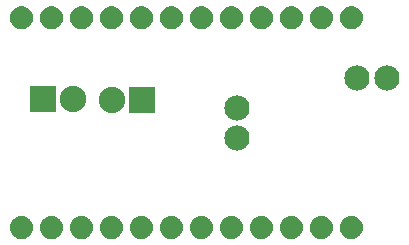
<source format=gbs>
G04 MADE WITH FRITZING*
G04 WWW.FRITZING.ORG*
G04 DOUBLE SIDED*
G04 HOLES PLATED*
G04 CONTOUR ON CENTER OF CONTOUR VECTOR*
%ASAXBY*%
%FSLAX23Y23*%
%MOIN*%
%OFA0B0*%
%SFA1.0B1.0*%
%ADD10C,0.084000*%
%ADD11C,0.088000*%
%ADD12R,0.088000X0.088000*%
%ADD13R,0.001000X0.001000*%
%LNMASK0*%
G90*
G70*
G54D10*
X910Y362D03*
X910Y462D03*
X1310Y562D03*
X1410Y562D03*
X910Y362D03*
X910Y462D03*
X1310Y562D03*
X1410Y562D03*
G54D11*
X261Y492D03*
X361Y492D03*
X591Y490D03*
X491Y490D03*
G54D12*
X261Y492D03*
X591Y490D03*
G54D13*
X187Y801D02*
X194Y801D01*
X287Y801D02*
X294Y801D01*
X387Y801D02*
X394Y801D01*
X487Y801D02*
X494Y801D01*
X587Y801D02*
X594Y801D01*
X687Y801D02*
X694Y801D01*
X787Y801D02*
X794Y801D01*
X887Y801D02*
X894Y801D01*
X987Y801D02*
X994Y801D01*
X1087Y801D02*
X1094Y801D01*
X1187Y801D02*
X1194Y801D01*
X1287Y801D02*
X1294Y801D01*
X182Y800D02*
X199Y800D01*
X282Y800D02*
X299Y800D01*
X382Y800D02*
X399Y800D01*
X482Y800D02*
X499Y800D01*
X582Y800D02*
X599Y800D01*
X682Y800D02*
X699Y800D01*
X782Y800D02*
X799Y800D01*
X882Y800D02*
X899Y800D01*
X982Y800D02*
X999Y800D01*
X1082Y800D02*
X1099Y800D01*
X1182Y800D02*
X1199Y800D01*
X1282Y800D02*
X1299Y800D01*
X179Y799D02*
X202Y799D01*
X279Y799D02*
X302Y799D01*
X379Y799D02*
X402Y799D01*
X479Y799D02*
X502Y799D01*
X579Y799D02*
X602Y799D01*
X679Y799D02*
X702Y799D01*
X779Y799D02*
X802Y799D01*
X879Y799D02*
X902Y799D01*
X979Y799D02*
X1002Y799D01*
X1079Y799D02*
X1102Y799D01*
X1179Y799D02*
X1202Y799D01*
X1279Y799D02*
X1302Y799D01*
X177Y798D02*
X204Y798D01*
X277Y798D02*
X304Y798D01*
X376Y798D02*
X404Y798D01*
X476Y798D02*
X504Y798D01*
X576Y798D02*
X604Y798D01*
X676Y798D02*
X704Y798D01*
X776Y798D02*
X804Y798D01*
X876Y798D02*
X904Y798D01*
X976Y798D02*
X1004Y798D01*
X1076Y798D02*
X1104Y798D01*
X1176Y798D02*
X1204Y798D01*
X1276Y798D02*
X1304Y798D01*
X175Y797D02*
X206Y797D01*
X275Y797D02*
X306Y797D01*
X375Y797D02*
X406Y797D01*
X475Y797D02*
X506Y797D01*
X574Y797D02*
X606Y797D01*
X674Y797D02*
X706Y797D01*
X774Y797D02*
X806Y797D01*
X874Y797D02*
X906Y797D01*
X974Y797D02*
X1006Y797D01*
X1074Y797D02*
X1106Y797D01*
X1174Y797D02*
X1206Y797D01*
X1274Y797D02*
X1306Y797D01*
X173Y796D02*
X208Y796D01*
X273Y796D02*
X308Y796D01*
X373Y796D02*
X408Y796D01*
X473Y796D02*
X508Y796D01*
X573Y796D02*
X608Y796D01*
X673Y796D02*
X708Y796D01*
X773Y796D02*
X808Y796D01*
X873Y796D02*
X908Y796D01*
X973Y796D02*
X1008Y796D01*
X1073Y796D02*
X1108Y796D01*
X1173Y796D02*
X1208Y796D01*
X1272Y796D02*
X1308Y796D01*
X171Y795D02*
X210Y795D01*
X271Y795D02*
X310Y795D01*
X371Y795D02*
X410Y795D01*
X471Y795D02*
X510Y795D01*
X571Y795D02*
X610Y795D01*
X671Y795D02*
X709Y795D01*
X771Y795D02*
X809Y795D01*
X871Y795D02*
X909Y795D01*
X971Y795D02*
X1009Y795D01*
X1071Y795D02*
X1109Y795D01*
X1171Y795D02*
X1209Y795D01*
X1271Y795D02*
X1309Y795D01*
X170Y794D02*
X211Y794D01*
X270Y794D02*
X311Y794D01*
X370Y794D02*
X411Y794D01*
X470Y794D02*
X511Y794D01*
X570Y794D02*
X611Y794D01*
X670Y794D02*
X711Y794D01*
X770Y794D02*
X811Y794D01*
X870Y794D02*
X911Y794D01*
X970Y794D02*
X1011Y794D01*
X1069Y794D02*
X1111Y794D01*
X1169Y794D02*
X1211Y794D01*
X1269Y794D02*
X1311Y794D01*
X168Y793D02*
X212Y793D01*
X268Y793D02*
X312Y793D01*
X368Y793D02*
X412Y793D01*
X468Y793D02*
X512Y793D01*
X568Y793D02*
X612Y793D01*
X668Y793D02*
X712Y793D01*
X768Y793D02*
X812Y793D01*
X868Y793D02*
X912Y793D01*
X968Y793D02*
X1012Y793D01*
X1068Y793D02*
X1112Y793D01*
X1168Y793D02*
X1212Y793D01*
X1268Y793D02*
X1312Y793D01*
X167Y792D02*
X214Y792D01*
X267Y792D02*
X314Y792D01*
X367Y792D02*
X414Y792D01*
X467Y792D02*
X514Y792D01*
X567Y792D02*
X614Y792D01*
X667Y792D02*
X714Y792D01*
X767Y792D02*
X814Y792D01*
X867Y792D02*
X914Y792D01*
X967Y792D02*
X1013Y792D01*
X1067Y792D02*
X1113Y792D01*
X1167Y792D02*
X1213Y792D01*
X1267Y792D02*
X1313Y792D01*
X166Y791D02*
X215Y791D01*
X266Y791D02*
X315Y791D01*
X366Y791D02*
X415Y791D01*
X466Y791D02*
X515Y791D01*
X566Y791D02*
X615Y791D01*
X666Y791D02*
X715Y791D01*
X766Y791D02*
X815Y791D01*
X866Y791D02*
X915Y791D01*
X966Y791D02*
X1015Y791D01*
X1066Y791D02*
X1115Y791D01*
X1166Y791D02*
X1215Y791D01*
X1266Y791D02*
X1315Y791D01*
X165Y790D02*
X216Y790D01*
X265Y790D02*
X316Y790D01*
X365Y790D02*
X416Y790D01*
X465Y790D02*
X516Y790D01*
X565Y790D02*
X616Y790D01*
X665Y790D02*
X716Y790D01*
X765Y790D02*
X816Y790D01*
X865Y790D02*
X916Y790D01*
X965Y790D02*
X1016Y790D01*
X1065Y790D02*
X1116Y790D01*
X1165Y790D02*
X1216Y790D01*
X1265Y790D02*
X1316Y790D01*
X164Y789D02*
X217Y789D01*
X264Y789D02*
X317Y789D01*
X364Y789D02*
X417Y789D01*
X464Y789D02*
X517Y789D01*
X564Y789D02*
X617Y789D01*
X664Y789D02*
X717Y789D01*
X764Y789D02*
X817Y789D01*
X864Y789D02*
X917Y789D01*
X964Y789D02*
X1017Y789D01*
X1064Y789D02*
X1117Y789D01*
X1164Y789D02*
X1217Y789D01*
X1264Y789D02*
X1317Y789D01*
X163Y788D02*
X218Y788D01*
X263Y788D02*
X318Y788D01*
X363Y788D02*
X418Y788D01*
X463Y788D02*
X518Y788D01*
X563Y788D02*
X618Y788D01*
X663Y788D02*
X718Y788D01*
X763Y788D02*
X818Y788D01*
X863Y788D02*
X918Y788D01*
X963Y788D02*
X1018Y788D01*
X1063Y788D02*
X1118Y788D01*
X1163Y788D02*
X1218Y788D01*
X1263Y788D02*
X1318Y788D01*
X162Y787D02*
X219Y787D01*
X262Y787D02*
X319Y787D01*
X362Y787D02*
X419Y787D01*
X462Y787D02*
X519Y787D01*
X562Y787D02*
X619Y787D01*
X662Y787D02*
X719Y787D01*
X762Y787D02*
X819Y787D01*
X862Y787D02*
X919Y787D01*
X962Y787D02*
X1019Y787D01*
X1062Y787D02*
X1119Y787D01*
X1162Y787D02*
X1219Y787D01*
X1262Y787D02*
X1319Y787D01*
X161Y786D02*
X220Y786D01*
X261Y786D02*
X320Y786D01*
X361Y786D02*
X420Y786D01*
X461Y786D02*
X520Y786D01*
X561Y786D02*
X620Y786D01*
X661Y786D02*
X720Y786D01*
X761Y786D02*
X820Y786D01*
X861Y786D02*
X920Y786D01*
X961Y786D02*
X1020Y786D01*
X1061Y786D02*
X1119Y786D01*
X1161Y786D02*
X1219Y786D01*
X1261Y786D02*
X1319Y786D01*
X160Y785D02*
X221Y785D01*
X260Y785D02*
X320Y785D01*
X360Y785D02*
X420Y785D01*
X460Y785D02*
X520Y785D01*
X560Y785D02*
X620Y785D01*
X660Y785D02*
X720Y785D01*
X760Y785D02*
X820Y785D01*
X860Y785D02*
X920Y785D01*
X960Y785D02*
X1020Y785D01*
X1060Y785D02*
X1120Y785D01*
X1160Y785D02*
X1220Y785D01*
X1260Y785D02*
X1320Y785D01*
X160Y784D02*
X221Y784D01*
X260Y784D02*
X321Y784D01*
X360Y784D02*
X421Y784D01*
X460Y784D02*
X521Y784D01*
X560Y784D02*
X621Y784D01*
X660Y784D02*
X721Y784D01*
X760Y784D02*
X821Y784D01*
X860Y784D02*
X921Y784D01*
X960Y784D02*
X1021Y784D01*
X1060Y784D02*
X1121Y784D01*
X1159Y784D02*
X1221Y784D01*
X1259Y784D02*
X1321Y784D01*
X159Y783D02*
X222Y783D01*
X259Y783D02*
X322Y783D01*
X359Y783D02*
X422Y783D01*
X459Y783D02*
X522Y783D01*
X559Y783D02*
X622Y783D01*
X659Y783D02*
X722Y783D01*
X759Y783D02*
X822Y783D01*
X859Y783D02*
X922Y783D01*
X959Y783D02*
X1022Y783D01*
X1059Y783D02*
X1122Y783D01*
X1159Y783D02*
X1222Y783D01*
X1259Y783D02*
X1322Y783D01*
X158Y782D02*
X223Y782D01*
X258Y782D02*
X323Y782D01*
X358Y782D02*
X423Y782D01*
X458Y782D02*
X523Y782D01*
X558Y782D02*
X623Y782D01*
X658Y782D02*
X723Y782D01*
X758Y782D02*
X823Y782D01*
X858Y782D02*
X923Y782D01*
X958Y782D02*
X1022Y782D01*
X1058Y782D02*
X1122Y782D01*
X1158Y782D02*
X1222Y782D01*
X1258Y782D02*
X1322Y782D01*
X158Y781D02*
X223Y781D01*
X258Y781D02*
X323Y781D01*
X358Y781D02*
X423Y781D01*
X458Y781D02*
X523Y781D01*
X558Y781D02*
X623Y781D01*
X658Y781D02*
X723Y781D01*
X758Y781D02*
X823Y781D01*
X858Y781D02*
X923Y781D01*
X958Y781D02*
X1023Y781D01*
X1058Y781D02*
X1123Y781D01*
X1157Y781D02*
X1223Y781D01*
X1257Y781D02*
X1323Y781D01*
X157Y780D02*
X224Y780D01*
X257Y780D02*
X324Y780D01*
X357Y780D02*
X424Y780D01*
X457Y780D02*
X524Y780D01*
X557Y780D02*
X624Y780D01*
X657Y780D02*
X724Y780D01*
X757Y780D02*
X824Y780D01*
X857Y780D02*
X924Y780D01*
X957Y780D02*
X1024Y780D01*
X1057Y780D02*
X1124Y780D01*
X1157Y780D02*
X1224Y780D01*
X1257Y780D02*
X1324Y780D01*
X157Y779D02*
X225Y779D01*
X257Y779D02*
X324Y779D01*
X357Y779D02*
X424Y779D01*
X457Y779D02*
X524Y779D01*
X557Y779D02*
X624Y779D01*
X656Y779D02*
X724Y779D01*
X756Y779D02*
X824Y779D01*
X856Y779D02*
X924Y779D01*
X956Y779D02*
X1024Y779D01*
X1056Y779D02*
X1124Y779D01*
X1156Y779D02*
X1224Y779D01*
X1256Y779D02*
X1324Y779D01*
X156Y778D02*
X225Y778D01*
X256Y778D02*
X325Y778D01*
X356Y778D02*
X425Y778D01*
X456Y778D02*
X525Y778D01*
X556Y778D02*
X625Y778D01*
X656Y778D02*
X725Y778D01*
X756Y778D02*
X825Y778D01*
X856Y778D02*
X925Y778D01*
X956Y778D02*
X1025Y778D01*
X1056Y778D02*
X1125Y778D01*
X1156Y778D02*
X1225Y778D01*
X1256Y778D02*
X1325Y778D01*
X156Y777D02*
X226Y777D01*
X256Y777D02*
X326Y777D01*
X356Y777D02*
X426Y777D01*
X456Y777D02*
X525Y777D01*
X555Y777D02*
X625Y777D01*
X655Y777D02*
X725Y777D01*
X755Y777D02*
X825Y777D01*
X855Y777D02*
X925Y777D01*
X955Y777D02*
X1025Y777D01*
X1055Y777D02*
X1125Y777D01*
X1155Y777D02*
X1225Y777D01*
X1255Y777D02*
X1325Y777D01*
X155Y776D02*
X226Y776D01*
X255Y776D02*
X326Y776D01*
X355Y776D02*
X426Y776D01*
X455Y776D02*
X526Y776D01*
X555Y776D02*
X626Y776D01*
X655Y776D02*
X726Y776D01*
X755Y776D02*
X826Y776D01*
X855Y776D02*
X926Y776D01*
X955Y776D02*
X1026Y776D01*
X1055Y776D02*
X1126Y776D01*
X1155Y776D02*
X1226Y776D01*
X1255Y776D02*
X1326Y776D01*
X155Y775D02*
X226Y775D01*
X255Y775D02*
X326Y775D01*
X355Y775D02*
X426Y775D01*
X455Y775D02*
X526Y775D01*
X555Y775D02*
X626Y775D01*
X655Y775D02*
X726Y775D01*
X755Y775D02*
X826Y775D01*
X855Y775D02*
X926Y775D01*
X955Y775D02*
X1026Y775D01*
X1055Y775D02*
X1126Y775D01*
X1154Y775D02*
X1226Y775D01*
X1254Y775D02*
X1326Y775D01*
X154Y774D02*
X227Y774D01*
X254Y774D02*
X327Y774D01*
X354Y774D02*
X427Y774D01*
X454Y774D02*
X527Y774D01*
X554Y774D02*
X627Y774D01*
X654Y774D02*
X727Y774D01*
X754Y774D02*
X827Y774D01*
X854Y774D02*
X927Y774D01*
X954Y774D02*
X1027Y774D01*
X1054Y774D02*
X1127Y774D01*
X1154Y774D02*
X1227Y774D01*
X1254Y774D02*
X1327Y774D01*
X154Y773D02*
X227Y773D01*
X254Y773D02*
X327Y773D01*
X354Y773D02*
X427Y773D01*
X454Y773D02*
X527Y773D01*
X554Y773D02*
X627Y773D01*
X654Y773D02*
X727Y773D01*
X754Y773D02*
X827Y773D01*
X854Y773D02*
X927Y773D01*
X954Y773D02*
X1027Y773D01*
X1054Y773D02*
X1127Y773D01*
X1154Y773D02*
X1227Y773D01*
X1254Y773D02*
X1327Y773D01*
X154Y772D02*
X228Y772D01*
X254Y772D02*
X328Y772D01*
X354Y772D02*
X427Y772D01*
X454Y772D02*
X527Y772D01*
X554Y772D02*
X627Y772D01*
X654Y772D02*
X727Y772D01*
X754Y772D02*
X827Y772D01*
X854Y772D02*
X927Y772D01*
X953Y772D02*
X1027Y772D01*
X1053Y772D02*
X1127Y772D01*
X1153Y772D02*
X1227Y772D01*
X1253Y772D02*
X1327Y772D01*
X153Y771D02*
X228Y771D01*
X253Y771D02*
X328Y771D01*
X353Y771D02*
X428Y771D01*
X453Y771D02*
X528Y771D01*
X553Y771D02*
X628Y771D01*
X653Y771D02*
X728Y771D01*
X753Y771D02*
X828Y771D01*
X853Y771D02*
X928Y771D01*
X953Y771D02*
X1028Y771D01*
X1053Y771D02*
X1128Y771D01*
X1153Y771D02*
X1228Y771D01*
X1253Y771D02*
X1328Y771D01*
X153Y770D02*
X228Y770D01*
X253Y770D02*
X328Y770D01*
X353Y770D02*
X428Y770D01*
X453Y770D02*
X528Y770D01*
X553Y770D02*
X628Y770D01*
X653Y770D02*
X728Y770D01*
X753Y770D02*
X828Y770D01*
X853Y770D02*
X928Y770D01*
X953Y770D02*
X1028Y770D01*
X1053Y770D02*
X1128Y770D01*
X1153Y770D02*
X1228Y770D01*
X1253Y770D02*
X1328Y770D01*
X153Y769D02*
X228Y769D01*
X253Y769D02*
X328Y769D01*
X353Y769D02*
X428Y769D01*
X453Y769D02*
X528Y769D01*
X553Y769D02*
X628Y769D01*
X653Y769D02*
X728Y769D01*
X753Y769D02*
X828Y769D01*
X853Y769D02*
X928Y769D01*
X953Y769D02*
X1028Y769D01*
X1053Y769D02*
X1128Y769D01*
X1153Y769D02*
X1228Y769D01*
X1253Y769D02*
X1328Y769D01*
X153Y768D02*
X229Y768D01*
X253Y768D02*
X329Y768D01*
X353Y768D02*
X428Y768D01*
X453Y768D02*
X528Y768D01*
X553Y768D02*
X628Y768D01*
X653Y768D02*
X728Y768D01*
X753Y768D02*
X828Y768D01*
X853Y768D02*
X928Y768D01*
X953Y768D02*
X1028Y768D01*
X1052Y768D02*
X1128Y768D01*
X1152Y768D02*
X1228Y768D01*
X1252Y768D02*
X1328Y768D01*
X153Y767D02*
X229Y767D01*
X253Y767D02*
X329Y767D01*
X352Y767D02*
X429Y767D01*
X452Y767D02*
X529Y767D01*
X552Y767D02*
X629Y767D01*
X652Y767D02*
X729Y767D01*
X752Y767D02*
X829Y767D01*
X852Y767D02*
X929Y767D01*
X952Y767D02*
X1029Y767D01*
X1052Y767D02*
X1129Y767D01*
X1152Y767D02*
X1228Y767D01*
X1252Y767D02*
X1328Y767D01*
X152Y766D02*
X229Y766D01*
X252Y766D02*
X329Y766D01*
X352Y766D02*
X429Y766D01*
X452Y766D02*
X529Y766D01*
X552Y766D02*
X629Y766D01*
X652Y766D02*
X729Y766D01*
X752Y766D02*
X829Y766D01*
X852Y766D02*
X929Y766D01*
X952Y766D02*
X1029Y766D01*
X1052Y766D02*
X1129Y766D01*
X1152Y766D02*
X1229Y766D01*
X1252Y766D02*
X1329Y766D01*
X152Y765D02*
X229Y765D01*
X252Y765D02*
X329Y765D01*
X352Y765D02*
X429Y765D01*
X452Y765D02*
X529Y765D01*
X552Y765D02*
X629Y765D01*
X652Y765D02*
X729Y765D01*
X752Y765D02*
X829Y765D01*
X852Y765D02*
X929Y765D01*
X952Y765D02*
X1029Y765D01*
X1052Y765D02*
X1129Y765D01*
X1152Y765D02*
X1229Y765D01*
X1252Y765D02*
X1329Y765D01*
X152Y764D02*
X229Y764D01*
X252Y764D02*
X329Y764D01*
X352Y764D02*
X429Y764D01*
X452Y764D02*
X529Y764D01*
X552Y764D02*
X629Y764D01*
X652Y764D02*
X729Y764D01*
X752Y764D02*
X829Y764D01*
X852Y764D02*
X929Y764D01*
X952Y764D02*
X1029Y764D01*
X1052Y764D02*
X1129Y764D01*
X1152Y764D02*
X1229Y764D01*
X1252Y764D02*
X1329Y764D01*
X152Y763D02*
X229Y763D01*
X252Y763D02*
X329Y763D01*
X352Y763D02*
X429Y763D01*
X452Y763D02*
X529Y763D01*
X552Y763D02*
X629Y763D01*
X652Y763D02*
X729Y763D01*
X752Y763D02*
X829Y763D01*
X852Y763D02*
X929Y763D01*
X952Y763D02*
X1029Y763D01*
X1052Y763D02*
X1129Y763D01*
X1152Y763D02*
X1229Y763D01*
X1252Y763D02*
X1329Y763D01*
X152Y762D02*
X229Y762D01*
X252Y762D02*
X329Y762D01*
X352Y762D02*
X429Y762D01*
X452Y762D02*
X529Y762D01*
X552Y762D02*
X629Y762D01*
X652Y762D02*
X729Y762D01*
X752Y762D02*
X829Y762D01*
X852Y762D02*
X929Y762D01*
X952Y762D02*
X1029Y762D01*
X1052Y762D02*
X1129Y762D01*
X1152Y762D02*
X1229Y762D01*
X1252Y762D02*
X1329Y762D01*
X152Y761D02*
X229Y761D01*
X252Y761D02*
X329Y761D01*
X352Y761D02*
X429Y761D01*
X452Y761D02*
X529Y761D01*
X552Y761D02*
X629Y761D01*
X652Y761D02*
X729Y761D01*
X752Y761D02*
X829Y761D01*
X852Y761D02*
X929Y761D01*
X952Y761D02*
X1029Y761D01*
X1052Y761D02*
X1129Y761D01*
X1152Y761D02*
X1229Y761D01*
X1252Y761D02*
X1329Y761D01*
X152Y760D02*
X229Y760D01*
X252Y760D02*
X329Y760D01*
X352Y760D02*
X429Y760D01*
X452Y760D02*
X529Y760D01*
X552Y760D02*
X629Y760D01*
X652Y760D02*
X729Y760D01*
X752Y760D02*
X829Y760D01*
X852Y760D02*
X929Y760D01*
X952Y760D02*
X1029Y760D01*
X1052Y760D02*
X1129Y760D01*
X1152Y760D02*
X1229Y760D01*
X1252Y760D02*
X1329Y760D01*
X152Y759D02*
X229Y759D01*
X252Y759D02*
X329Y759D01*
X352Y759D02*
X429Y759D01*
X452Y759D02*
X529Y759D01*
X552Y759D02*
X629Y759D01*
X652Y759D02*
X729Y759D01*
X752Y759D02*
X829Y759D01*
X852Y759D02*
X929Y759D01*
X952Y759D02*
X1029Y759D01*
X1052Y759D02*
X1129Y759D01*
X1152Y759D02*
X1229Y759D01*
X1252Y759D02*
X1329Y759D01*
X152Y758D02*
X229Y758D01*
X252Y758D02*
X329Y758D01*
X352Y758D02*
X429Y758D01*
X452Y758D02*
X529Y758D01*
X552Y758D02*
X629Y758D01*
X652Y758D02*
X729Y758D01*
X752Y758D02*
X829Y758D01*
X852Y758D02*
X929Y758D01*
X952Y758D02*
X1029Y758D01*
X1052Y758D02*
X1129Y758D01*
X1152Y758D02*
X1229Y758D01*
X1252Y758D02*
X1329Y758D01*
X153Y757D02*
X229Y757D01*
X253Y757D02*
X329Y757D01*
X353Y757D02*
X429Y757D01*
X453Y757D02*
X529Y757D01*
X553Y757D02*
X629Y757D01*
X653Y757D02*
X729Y757D01*
X752Y757D02*
X828Y757D01*
X852Y757D02*
X928Y757D01*
X952Y757D02*
X1028Y757D01*
X1052Y757D02*
X1128Y757D01*
X1152Y757D02*
X1228Y757D01*
X1252Y757D02*
X1328Y757D01*
X153Y756D02*
X228Y756D01*
X253Y756D02*
X328Y756D01*
X353Y756D02*
X428Y756D01*
X453Y756D02*
X528Y756D01*
X553Y756D02*
X628Y756D01*
X653Y756D02*
X728Y756D01*
X753Y756D02*
X828Y756D01*
X853Y756D02*
X928Y756D01*
X953Y756D02*
X1028Y756D01*
X1053Y756D02*
X1128Y756D01*
X1153Y756D02*
X1228Y756D01*
X1253Y756D02*
X1328Y756D01*
X153Y755D02*
X228Y755D01*
X253Y755D02*
X328Y755D01*
X353Y755D02*
X428Y755D01*
X453Y755D02*
X528Y755D01*
X553Y755D02*
X628Y755D01*
X653Y755D02*
X728Y755D01*
X753Y755D02*
X828Y755D01*
X853Y755D02*
X928Y755D01*
X953Y755D02*
X1028Y755D01*
X1053Y755D02*
X1128Y755D01*
X1153Y755D02*
X1228Y755D01*
X1253Y755D02*
X1328Y755D01*
X153Y754D02*
X228Y754D01*
X253Y754D02*
X328Y754D01*
X353Y754D02*
X428Y754D01*
X453Y754D02*
X528Y754D01*
X553Y754D02*
X628Y754D01*
X653Y754D02*
X728Y754D01*
X753Y754D02*
X828Y754D01*
X853Y754D02*
X928Y754D01*
X953Y754D02*
X1028Y754D01*
X1053Y754D02*
X1128Y754D01*
X1153Y754D02*
X1228Y754D01*
X1253Y754D02*
X1328Y754D01*
X154Y753D02*
X228Y753D01*
X253Y753D02*
X328Y753D01*
X353Y753D02*
X428Y753D01*
X453Y753D02*
X528Y753D01*
X553Y753D02*
X628Y753D01*
X653Y753D02*
X728Y753D01*
X753Y753D02*
X828Y753D01*
X853Y753D02*
X928Y753D01*
X953Y753D02*
X1028Y753D01*
X1053Y753D02*
X1128Y753D01*
X1153Y753D02*
X1227Y753D01*
X1253Y753D02*
X1327Y753D01*
X154Y752D02*
X227Y752D01*
X254Y752D02*
X327Y752D01*
X354Y752D02*
X427Y752D01*
X454Y752D02*
X527Y752D01*
X554Y752D02*
X627Y752D01*
X654Y752D02*
X727Y752D01*
X754Y752D02*
X827Y752D01*
X854Y752D02*
X927Y752D01*
X954Y752D02*
X1027Y752D01*
X1054Y752D02*
X1127Y752D01*
X1154Y752D02*
X1227Y752D01*
X1253Y752D02*
X1327Y752D01*
X154Y751D02*
X227Y751D01*
X254Y751D02*
X327Y751D01*
X354Y751D02*
X427Y751D01*
X454Y751D02*
X527Y751D01*
X554Y751D02*
X627Y751D01*
X654Y751D02*
X727Y751D01*
X754Y751D02*
X827Y751D01*
X854Y751D02*
X927Y751D01*
X954Y751D02*
X1027Y751D01*
X1054Y751D02*
X1127Y751D01*
X1154Y751D02*
X1227Y751D01*
X1254Y751D02*
X1327Y751D01*
X154Y750D02*
X227Y750D01*
X254Y750D02*
X327Y750D01*
X354Y750D02*
X427Y750D01*
X454Y750D02*
X527Y750D01*
X554Y750D02*
X627Y750D01*
X654Y750D02*
X727Y750D01*
X754Y750D02*
X827Y750D01*
X854Y750D02*
X927Y750D01*
X954Y750D02*
X1027Y750D01*
X1054Y750D02*
X1126Y750D01*
X1154Y750D02*
X1226Y750D01*
X1254Y750D02*
X1326Y750D01*
X155Y749D02*
X226Y749D01*
X255Y749D02*
X326Y749D01*
X355Y749D02*
X426Y749D01*
X455Y749D02*
X526Y749D01*
X555Y749D02*
X626Y749D01*
X655Y749D02*
X726Y749D01*
X755Y749D02*
X826Y749D01*
X855Y749D02*
X926Y749D01*
X955Y749D02*
X1026Y749D01*
X1055Y749D02*
X1126Y749D01*
X1155Y749D02*
X1226Y749D01*
X1255Y749D02*
X1326Y749D01*
X155Y748D02*
X226Y748D01*
X255Y748D02*
X326Y748D01*
X355Y748D02*
X426Y748D01*
X455Y748D02*
X526Y748D01*
X555Y748D02*
X626Y748D01*
X655Y748D02*
X726Y748D01*
X755Y748D02*
X826Y748D01*
X855Y748D02*
X926Y748D01*
X955Y748D02*
X1026Y748D01*
X1055Y748D02*
X1126Y748D01*
X1155Y748D02*
X1226Y748D01*
X1255Y748D02*
X1326Y748D01*
X156Y747D02*
X225Y747D01*
X256Y747D02*
X325Y747D01*
X356Y747D02*
X425Y747D01*
X456Y747D02*
X525Y747D01*
X556Y747D02*
X625Y747D01*
X656Y747D02*
X725Y747D01*
X756Y747D02*
X825Y747D01*
X856Y747D02*
X925Y747D01*
X956Y747D02*
X1025Y747D01*
X1055Y747D02*
X1125Y747D01*
X1155Y747D02*
X1225Y747D01*
X1255Y747D02*
X1325Y747D01*
X156Y746D02*
X225Y746D01*
X256Y746D02*
X325Y746D01*
X356Y746D02*
X425Y746D01*
X456Y746D02*
X525Y746D01*
X556Y746D02*
X625Y746D01*
X656Y746D02*
X725Y746D01*
X756Y746D02*
X825Y746D01*
X856Y746D02*
X925Y746D01*
X956Y746D02*
X1025Y746D01*
X1056Y746D02*
X1125Y746D01*
X1156Y746D02*
X1225Y746D01*
X1256Y746D02*
X1325Y746D01*
X157Y745D02*
X224Y745D01*
X257Y745D02*
X324Y745D01*
X357Y745D02*
X424Y745D01*
X457Y745D02*
X524Y745D01*
X557Y745D02*
X624Y745D01*
X657Y745D02*
X724Y745D01*
X757Y745D02*
X824Y745D01*
X857Y745D02*
X924Y745D01*
X957Y745D02*
X1024Y745D01*
X1056Y745D02*
X1124Y745D01*
X1156Y745D02*
X1224Y745D01*
X1256Y745D02*
X1324Y745D01*
X157Y744D02*
X224Y744D01*
X257Y744D02*
X324Y744D01*
X357Y744D02*
X424Y744D01*
X457Y744D02*
X524Y744D01*
X557Y744D02*
X624Y744D01*
X657Y744D02*
X724Y744D01*
X757Y744D02*
X824Y744D01*
X857Y744D02*
X924Y744D01*
X957Y744D02*
X1024Y744D01*
X1057Y744D02*
X1124Y744D01*
X1157Y744D02*
X1224Y744D01*
X1257Y744D02*
X1324Y744D01*
X158Y743D02*
X223Y743D01*
X258Y743D02*
X323Y743D01*
X358Y743D02*
X423Y743D01*
X458Y743D02*
X523Y743D01*
X558Y743D02*
X623Y743D01*
X658Y743D02*
X723Y743D01*
X758Y743D02*
X823Y743D01*
X858Y743D02*
X923Y743D01*
X958Y743D02*
X1023Y743D01*
X1058Y743D02*
X1123Y743D01*
X1158Y743D02*
X1223Y743D01*
X1258Y743D02*
X1323Y743D01*
X159Y742D02*
X223Y742D01*
X259Y742D02*
X323Y742D01*
X358Y742D02*
X422Y742D01*
X458Y742D02*
X522Y742D01*
X558Y742D02*
X622Y742D01*
X658Y742D02*
X722Y742D01*
X758Y742D02*
X822Y742D01*
X858Y742D02*
X922Y742D01*
X958Y742D02*
X1022Y742D01*
X1058Y742D02*
X1122Y742D01*
X1158Y742D02*
X1222Y742D01*
X1258Y742D02*
X1322Y742D01*
X159Y741D02*
X222Y741D01*
X259Y741D02*
X322Y741D01*
X359Y741D02*
X422Y741D01*
X459Y741D02*
X522Y741D01*
X559Y741D02*
X622Y741D01*
X659Y741D02*
X722Y741D01*
X759Y741D02*
X822Y741D01*
X859Y741D02*
X922Y741D01*
X959Y741D02*
X1022Y741D01*
X1059Y741D02*
X1122Y741D01*
X1159Y741D02*
X1222Y741D01*
X1259Y741D02*
X1322Y741D01*
X160Y740D02*
X221Y740D01*
X260Y740D02*
X321Y740D01*
X360Y740D02*
X421Y740D01*
X460Y740D02*
X521Y740D01*
X560Y740D02*
X621Y740D01*
X660Y740D02*
X721Y740D01*
X760Y740D02*
X821Y740D01*
X860Y740D02*
X921Y740D01*
X960Y740D02*
X1021Y740D01*
X1060Y740D02*
X1121Y740D01*
X1160Y740D02*
X1221Y740D01*
X1260Y740D02*
X1321Y740D01*
X161Y739D02*
X220Y739D01*
X261Y739D02*
X320Y739D01*
X361Y739D02*
X420Y739D01*
X461Y739D02*
X520Y739D01*
X561Y739D02*
X620Y739D01*
X661Y739D02*
X720Y739D01*
X761Y739D02*
X820Y739D01*
X861Y739D02*
X920Y739D01*
X961Y739D02*
X1020Y739D01*
X1060Y739D02*
X1120Y739D01*
X1160Y739D02*
X1220Y739D01*
X1260Y739D02*
X1320Y739D01*
X161Y738D02*
X220Y738D01*
X261Y738D02*
X319Y738D01*
X361Y738D02*
X419Y738D01*
X461Y738D02*
X519Y738D01*
X561Y738D02*
X619Y738D01*
X661Y738D02*
X719Y738D01*
X761Y738D02*
X819Y738D01*
X861Y738D02*
X919Y738D01*
X961Y738D02*
X1019Y738D01*
X1061Y738D02*
X1119Y738D01*
X1161Y738D02*
X1219Y738D01*
X1261Y738D02*
X1319Y738D01*
X162Y737D02*
X219Y737D01*
X262Y737D02*
X319Y737D01*
X362Y737D02*
X419Y737D01*
X462Y737D02*
X519Y737D01*
X562Y737D02*
X618Y737D01*
X662Y737D02*
X718Y737D01*
X762Y737D02*
X818Y737D01*
X862Y737D02*
X918Y737D01*
X962Y737D02*
X1018Y737D01*
X1062Y737D02*
X1118Y737D01*
X1162Y737D02*
X1218Y737D01*
X1262Y737D02*
X1318Y737D01*
X163Y736D02*
X218Y736D01*
X263Y736D02*
X318Y736D01*
X363Y736D02*
X418Y736D01*
X463Y736D02*
X518Y736D01*
X563Y736D02*
X618Y736D01*
X663Y736D02*
X717Y736D01*
X763Y736D02*
X817Y736D01*
X863Y736D02*
X917Y736D01*
X963Y736D02*
X1017Y736D01*
X1063Y736D02*
X1117Y736D01*
X1163Y736D02*
X1217Y736D01*
X1263Y736D02*
X1317Y736D01*
X164Y735D02*
X217Y735D01*
X264Y735D02*
X317Y735D01*
X364Y735D02*
X417Y735D01*
X464Y735D02*
X517Y735D01*
X564Y735D02*
X617Y735D01*
X664Y735D02*
X717Y735D01*
X764Y735D02*
X816Y735D01*
X864Y735D02*
X916Y735D01*
X964Y735D02*
X1016Y735D01*
X1064Y735D02*
X1116Y735D01*
X1164Y735D02*
X1216Y735D01*
X1264Y735D02*
X1316Y735D01*
X165Y734D02*
X216Y734D01*
X265Y734D02*
X316Y734D01*
X365Y734D02*
X415Y734D01*
X465Y734D02*
X515Y734D01*
X565Y734D02*
X615Y734D01*
X665Y734D02*
X715Y734D01*
X765Y734D02*
X815Y734D01*
X865Y734D02*
X915Y734D01*
X965Y734D02*
X1015Y734D01*
X1065Y734D02*
X1115Y734D01*
X1165Y734D02*
X1215Y734D01*
X1265Y734D02*
X1315Y734D01*
X166Y733D02*
X214Y733D01*
X266Y733D02*
X314Y733D01*
X366Y733D02*
X414Y733D01*
X466Y733D02*
X514Y733D01*
X566Y733D02*
X614Y733D01*
X666Y733D02*
X714Y733D01*
X766Y733D02*
X814Y733D01*
X866Y733D02*
X914Y733D01*
X966Y733D02*
X1014Y733D01*
X1066Y733D02*
X1114Y733D01*
X1166Y733D02*
X1214Y733D01*
X1266Y733D02*
X1314Y733D01*
X168Y732D02*
X213Y732D01*
X268Y732D02*
X313Y732D01*
X368Y732D02*
X413Y732D01*
X468Y732D02*
X513Y732D01*
X568Y732D02*
X613Y732D01*
X668Y732D02*
X713Y732D01*
X768Y732D02*
X813Y732D01*
X867Y732D02*
X913Y732D01*
X967Y732D02*
X1013Y732D01*
X1067Y732D02*
X1113Y732D01*
X1167Y732D02*
X1213Y732D01*
X1267Y732D02*
X1313Y732D01*
X169Y731D02*
X212Y731D01*
X269Y731D02*
X312Y731D01*
X369Y731D02*
X412Y731D01*
X469Y731D02*
X512Y731D01*
X569Y731D02*
X612Y731D01*
X669Y731D02*
X712Y731D01*
X769Y731D02*
X812Y731D01*
X869Y731D02*
X912Y731D01*
X969Y731D02*
X1012Y731D01*
X1069Y731D02*
X1112Y731D01*
X1169Y731D02*
X1212Y731D01*
X1269Y731D02*
X1312Y731D01*
X170Y730D02*
X210Y730D01*
X270Y730D02*
X310Y730D01*
X370Y730D02*
X410Y730D01*
X470Y730D02*
X510Y730D01*
X570Y730D02*
X610Y730D01*
X670Y730D02*
X710Y730D01*
X770Y730D02*
X810Y730D01*
X870Y730D02*
X910Y730D01*
X970Y730D02*
X1010Y730D01*
X1070Y730D02*
X1110Y730D01*
X1170Y730D02*
X1210Y730D01*
X1270Y730D02*
X1310Y730D01*
X172Y729D02*
X209Y729D01*
X272Y729D02*
X309Y729D01*
X372Y729D02*
X409Y729D01*
X472Y729D02*
X509Y729D01*
X572Y729D02*
X609Y729D01*
X672Y729D02*
X709Y729D01*
X772Y729D02*
X809Y729D01*
X872Y729D02*
X909Y729D01*
X972Y729D02*
X1009Y729D01*
X1072Y729D02*
X1109Y729D01*
X1172Y729D02*
X1209Y729D01*
X1272Y729D02*
X1309Y729D01*
X174Y728D02*
X207Y728D01*
X274Y728D02*
X307Y728D01*
X374Y728D02*
X407Y728D01*
X474Y728D02*
X507Y728D01*
X574Y728D02*
X607Y728D01*
X674Y728D02*
X707Y728D01*
X774Y728D02*
X807Y728D01*
X874Y728D02*
X907Y728D01*
X974Y728D02*
X1007Y728D01*
X1073Y728D02*
X1107Y728D01*
X1173Y728D02*
X1207Y728D01*
X1273Y728D02*
X1307Y728D01*
X176Y727D02*
X205Y727D01*
X276Y727D02*
X305Y727D01*
X376Y727D02*
X405Y727D01*
X476Y727D02*
X505Y727D01*
X576Y727D02*
X605Y727D01*
X676Y727D02*
X705Y727D01*
X776Y727D02*
X805Y727D01*
X876Y727D02*
X905Y727D01*
X975Y727D02*
X1005Y727D01*
X1075Y727D02*
X1105Y727D01*
X1175Y727D02*
X1205Y727D01*
X1275Y727D02*
X1305Y727D01*
X178Y726D02*
X203Y726D01*
X278Y726D02*
X303Y726D01*
X378Y726D02*
X403Y726D01*
X478Y726D02*
X503Y726D01*
X578Y726D02*
X603Y726D01*
X678Y726D02*
X703Y726D01*
X778Y726D02*
X803Y726D01*
X878Y726D02*
X903Y726D01*
X978Y726D02*
X1003Y726D01*
X1078Y726D02*
X1103Y726D01*
X1178Y726D02*
X1203Y726D01*
X1278Y726D02*
X1303Y726D01*
X181Y725D02*
X200Y725D01*
X281Y725D02*
X300Y725D01*
X381Y725D02*
X400Y725D01*
X481Y725D02*
X500Y725D01*
X581Y725D02*
X600Y725D01*
X681Y725D02*
X700Y725D01*
X781Y725D02*
X800Y725D01*
X881Y725D02*
X900Y725D01*
X981Y725D02*
X1000Y725D01*
X1081Y725D02*
X1100Y725D01*
X1181Y725D02*
X1200Y725D01*
X1281Y725D02*
X1300Y725D01*
X185Y724D02*
X196Y724D01*
X285Y724D02*
X296Y724D01*
X385Y724D02*
X396Y724D01*
X485Y724D02*
X496Y724D01*
X585Y724D02*
X596Y724D01*
X685Y724D02*
X696Y724D01*
X785Y724D02*
X796Y724D01*
X885Y724D02*
X896Y724D01*
X985Y724D02*
X996Y724D01*
X1085Y724D02*
X1096Y724D01*
X1185Y724D02*
X1196Y724D01*
X1285Y724D02*
X1296Y724D01*
X183Y101D02*
X198Y101D01*
X283Y101D02*
X298Y101D01*
X383Y101D02*
X398Y101D01*
X483Y101D02*
X498Y101D01*
X583Y101D02*
X598Y101D01*
X683Y101D02*
X698Y101D01*
X783Y101D02*
X798Y101D01*
X883Y101D02*
X898Y101D01*
X983Y101D02*
X998Y101D01*
X1083Y101D02*
X1098Y101D01*
X1183Y101D02*
X1198Y101D01*
X1283Y101D02*
X1298Y101D01*
X180Y100D02*
X201Y100D01*
X280Y100D02*
X301Y100D01*
X380Y100D02*
X401Y100D01*
X480Y100D02*
X501Y100D01*
X580Y100D02*
X601Y100D01*
X680Y100D02*
X701Y100D01*
X780Y100D02*
X801Y100D01*
X880Y100D02*
X901Y100D01*
X980Y100D02*
X1001Y100D01*
X1080Y100D02*
X1101Y100D01*
X1179Y100D02*
X1201Y100D01*
X1279Y100D02*
X1301Y100D01*
X177Y99D02*
X204Y99D01*
X277Y99D02*
X304Y99D01*
X377Y99D02*
X404Y99D01*
X477Y99D02*
X504Y99D01*
X577Y99D02*
X603Y99D01*
X677Y99D02*
X703Y99D01*
X777Y99D02*
X803Y99D01*
X877Y99D02*
X903Y99D01*
X977Y99D02*
X1003Y99D01*
X1077Y99D02*
X1103Y99D01*
X1177Y99D02*
X1203Y99D01*
X1277Y99D02*
X1303Y99D01*
X175Y98D02*
X206Y98D01*
X275Y98D02*
X306Y98D01*
X375Y98D02*
X406Y98D01*
X475Y98D02*
X506Y98D01*
X575Y98D02*
X606Y98D01*
X675Y98D02*
X706Y98D01*
X775Y98D02*
X806Y98D01*
X875Y98D02*
X905Y98D01*
X975Y98D02*
X1005Y98D01*
X1075Y98D02*
X1105Y98D01*
X1175Y98D02*
X1205Y98D01*
X1275Y98D02*
X1305Y98D01*
X173Y97D02*
X208Y97D01*
X273Y97D02*
X308Y97D01*
X373Y97D02*
X407Y97D01*
X473Y97D02*
X507Y97D01*
X573Y97D02*
X607Y97D01*
X673Y97D02*
X707Y97D01*
X773Y97D02*
X807Y97D01*
X873Y97D02*
X907Y97D01*
X973Y97D02*
X1007Y97D01*
X1073Y97D02*
X1107Y97D01*
X1173Y97D02*
X1207Y97D01*
X1273Y97D02*
X1307Y97D01*
X172Y96D02*
X209Y96D01*
X272Y96D02*
X309Y96D01*
X372Y96D02*
X409Y96D01*
X472Y96D02*
X509Y96D01*
X572Y96D02*
X609Y96D01*
X672Y96D02*
X709Y96D01*
X772Y96D02*
X809Y96D01*
X872Y96D02*
X909Y96D01*
X971Y96D02*
X1009Y96D01*
X1071Y96D02*
X1109Y96D01*
X1171Y96D02*
X1209Y96D01*
X1271Y96D02*
X1309Y96D01*
X170Y95D02*
X211Y95D01*
X270Y95D02*
X311Y95D01*
X370Y95D02*
X411Y95D01*
X470Y95D02*
X511Y95D01*
X570Y95D02*
X611Y95D01*
X670Y95D02*
X711Y95D01*
X770Y95D02*
X811Y95D01*
X870Y95D02*
X911Y95D01*
X970Y95D02*
X1010Y95D01*
X1070Y95D02*
X1110Y95D01*
X1170Y95D02*
X1210Y95D01*
X1270Y95D02*
X1310Y95D01*
X169Y94D02*
X212Y94D01*
X269Y94D02*
X312Y94D01*
X369Y94D02*
X412Y94D01*
X469Y94D02*
X512Y94D01*
X569Y94D02*
X612Y94D01*
X669Y94D02*
X712Y94D01*
X769Y94D02*
X812Y94D01*
X869Y94D02*
X912Y94D01*
X969Y94D02*
X1012Y94D01*
X1069Y94D02*
X1112Y94D01*
X1169Y94D02*
X1212Y94D01*
X1269Y94D02*
X1312Y94D01*
X168Y93D02*
X213Y93D01*
X268Y93D02*
X313Y93D01*
X367Y93D02*
X413Y93D01*
X467Y93D02*
X513Y93D01*
X567Y93D02*
X613Y93D01*
X667Y93D02*
X713Y93D01*
X767Y93D02*
X813Y93D01*
X867Y93D02*
X913Y93D01*
X967Y93D02*
X1013Y93D01*
X1067Y93D02*
X1113Y93D01*
X1167Y93D02*
X1213Y93D01*
X1267Y93D02*
X1313Y93D01*
X166Y92D02*
X215Y92D01*
X266Y92D02*
X314Y92D01*
X366Y92D02*
X414Y92D01*
X466Y92D02*
X514Y92D01*
X566Y92D02*
X614Y92D01*
X666Y92D02*
X714Y92D01*
X766Y92D02*
X814Y92D01*
X866Y92D02*
X914Y92D01*
X966Y92D02*
X1014Y92D01*
X1066Y92D02*
X1114Y92D01*
X1166Y92D02*
X1214Y92D01*
X1266Y92D02*
X1314Y92D01*
X165Y91D02*
X216Y91D01*
X265Y91D02*
X316Y91D01*
X365Y91D02*
X416Y91D01*
X465Y91D02*
X516Y91D01*
X565Y91D02*
X616Y91D01*
X665Y91D02*
X715Y91D01*
X765Y91D02*
X815Y91D01*
X865Y91D02*
X915Y91D01*
X965Y91D02*
X1015Y91D01*
X1065Y91D02*
X1115Y91D01*
X1165Y91D02*
X1215Y91D01*
X1265Y91D02*
X1315Y91D01*
X164Y90D02*
X217Y90D01*
X264Y90D02*
X317Y90D01*
X364Y90D02*
X417Y90D01*
X464Y90D02*
X517Y90D01*
X564Y90D02*
X617Y90D01*
X664Y90D02*
X717Y90D01*
X764Y90D02*
X817Y90D01*
X864Y90D02*
X917Y90D01*
X964Y90D02*
X1016Y90D01*
X1064Y90D02*
X1116Y90D01*
X1164Y90D02*
X1216Y90D01*
X1264Y90D02*
X1316Y90D01*
X163Y89D02*
X218Y89D01*
X263Y89D02*
X318Y89D01*
X363Y89D02*
X418Y89D01*
X463Y89D02*
X518Y89D01*
X563Y89D02*
X618Y89D01*
X663Y89D02*
X718Y89D01*
X763Y89D02*
X817Y89D01*
X863Y89D02*
X917Y89D01*
X963Y89D02*
X1017Y89D01*
X1063Y89D02*
X1117Y89D01*
X1163Y89D02*
X1217Y89D01*
X1263Y89D02*
X1317Y89D01*
X162Y88D02*
X219Y88D01*
X262Y88D02*
X319Y88D01*
X362Y88D02*
X419Y88D01*
X462Y88D02*
X518Y88D01*
X562Y88D02*
X618Y88D01*
X662Y88D02*
X718Y88D01*
X762Y88D02*
X818Y88D01*
X862Y88D02*
X918Y88D01*
X962Y88D02*
X1018Y88D01*
X1062Y88D02*
X1118Y88D01*
X1162Y88D02*
X1218Y88D01*
X1262Y88D02*
X1318Y88D01*
X161Y87D02*
X219Y87D01*
X261Y87D02*
X319Y87D01*
X361Y87D02*
X419Y87D01*
X461Y87D02*
X519Y87D01*
X561Y87D02*
X619Y87D01*
X661Y87D02*
X719Y87D01*
X761Y87D02*
X819Y87D01*
X861Y87D02*
X919Y87D01*
X961Y87D02*
X1019Y87D01*
X1061Y87D02*
X1119Y87D01*
X1161Y87D02*
X1219Y87D01*
X1261Y87D02*
X1319Y87D01*
X161Y86D02*
X220Y86D01*
X261Y86D02*
X320Y86D01*
X361Y86D02*
X420Y86D01*
X461Y86D02*
X520Y86D01*
X561Y86D02*
X620Y86D01*
X661Y86D02*
X720Y86D01*
X761Y86D02*
X820Y86D01*
X861Y86D02*
X920Y86D01*
X961Y86D02*
X1020Y86D01*
X1060Y86D02*
X1120Y86D01*
X1160Y86D02*
X1220Y86D01*
X1260Y86D02*
X1320Y86D01*
X160Y85D02*
X221Y85D01*
X260Y85D02*
X321Y85D01*
X360Y85D02*
X421Y85D01*
X460Y85D02*
X521Y85D01*
X560Y85D02*
X621Y85D01*
X660Y85D02*
X721Y85D01*
X760Y85D02*
X821Y85D01*
X860Y85D02*
X921Y85D01*
X960Y85D02*
X1021Y85D01*
X1060Y85D02*
X1121Y85D01*
X1160Y85D02*
X1221Y85D01*
X1260Y85D02*
X1321Y85D01*
X159Y84D02*
X222Y84D01*
X259Y84D02*
X322Y84D01*
X359Y84D02*
X422Y84D01*
X459Y84D02*
X522Y84D01*
X559Y84D02*
X622Y84D01*
X659Y84D02*
X722Y84D01*
X759Y84D02*
X822Y84D01*
X859Y84D02*
X922Y84D01*
X959Y84D02*
X1022Y84D01*
X1059Y84D02*
X1122Y84D01*
X1159Y84D02*
X1222Y84D01*
X1259Y84D02*
X1322Y84D01*
X159Y83D02*
X222Y83D01*
X259Y83D02*
X322Y83D01*
X359Y83D02*
X422Y83D01*
X458Y83D02*
X522Y83D01*
X558Y83D02*
X622Y83D01*
X658Y83D02*
X722Y83D01*
X758Y83D02*
X822Y83D01*
X858Y83D02*
X922Y83D01*
X958Y83D02*
X1022Y83D01*
X1058Y83D02*
X1122Y83D01*
X1158Y83D02*
X1222Y83D01*
X1258Y83D02*
X1322Y83D01*
X158Y82D02*
X223Y82D01*
X258Y82D02*
X323Y82D01*
X358Y82D02*
X423Y82D01*
X458Y82D02*
X523Y82D01*
X558Y82D02*
X623Y82D01*
X658Y82D02*
X723Y82D01*
X758Y82D02*
X823Y82D01*
X858Y82D02*
X923Y82D01*
X958Y82D02*
X1023Y82D01*
X1058Y82D02*
X1123Y82D01*
X1158Y82D02*
X1223Y82D01*
X1258Y82D02*
X1323Y82D01*
X157Y81D02*
X224Y81D01*
X257Y81D02*
X324Y81D01*
X357Y81D02*
X424Y81D01*
X457Y81D02*
X524Y81D01*
X557Y81D02*
X624Y81D01*
X657Y81D02*
X724Y81D01*
X757Y81D02*
X824Y81D01*
X857Y81D02*
X924Y81D01*
X957Y81D02*
X1024Y81D01*
X1057Y81D02*
X1124Y81D01*
X1157Y81D02*
X1224Y81D01*
X1257Y81D02*
X1324Y81D01*
X157Y80D02*
X224Y80D01*
X257Y80D02*
X324Y80D01*
X357Y80D02*
X424Y80D01*
X457Y80D02*
X524Y80D01*
X557Y80D02*
X624Y80D01*
X657Y80D02*
X724Y80D01*
X757Y80D02*
X824Y80D01*
X857Y80D02*
X924Y80D01*
X957Y80D02*
X1024Y80D01*
X1057Y80D02*
X1124Y80D01*
X1156Y80D02*
X1224Y80D01*
X1256Y80D02*
X1324Y80D01*
X156Y79D02*
X225Y79D01*
X256Y79D02*
X325Y79D01*
X356Y79D02*
X425Y79D01*
X456Y79D02*
X525Y79D01*
X556Y79D02*
X625Y79D01*
X656Y79D02*
X725Y79D01*
X756Y79D02*
X825Y79D01*
X856Y79D02*
X925Y79D01*
X956Y79D02*
X1025Y79D01*
X1056Y79D02*
X1125Y79D01*
X1156Y79D02*
X1225Y79D01*
X1256Y79D02*
X1325Y79D01*
X156Y78D02*
X225Y78D01*
X256Y78D02*
X325Y78D01*
X356Y78D02*
X425Y78D01*
X456Y78D02*
X525Y78D01*
X556Y78D02*
X625Y78D01*
X656Y78D02*
X725Y78D01*
X756Y78D02*
X825Y78D01*
X856Y78D02*
X925Y78D01*
X956Y78D02*
X1025Y78D01*
X1056Y78D02*
X1125Y78D01*
X1155Y78D02*
X1225Y78D01*
X1255Y78D02*
X1325Y78D01*
X155Y77D02*
X226Y77D01*
X255Y77D02*
X326Y77D01*
X355Y77D02*
X426Y77D01*
X455Y77D02*
X526Y77D01*
X555Y77D02*
X626Y77D01*
X655Y77D02*
X726Y77D01*
X755Y77D02*
X826Y77D01*
X855Y77D02*
X926Y77D01*
X955Y77D02*
X1026Y77D01*
X1055Y77D02*
X1126Y77D01*
X1155Y77D02*
X1226Y77D01*
X1255Y77D02*
X1326Y77D01*
X155Y76D02*
X226Y76D01*
X255Y76D02*
X326Y76D01*
X355Y76D02*
X426Y76D01*
X455Y76D02*
X526Y76D01*
X555Y76D02*
X626Y76D01*
X655Y76D02*
X726Y76D01*
X755Y76D02*
X826Y76D01*
X855Y76D02*
X926Y76D01*
X955Y76D02*
X1026Y76D01*
X1055Y76D02*
X1126Y76D01*
X1155Y76D02*
X1226Y76D01*
X1255Y76D02*
X1326Y76D01*
X154Y75D02*
X227Y75D01*
X254Y75D02*
X327Y75D01*
X354Y75D02*
X427Y75D01*
X454Y75D02*
X527Y75D01*
X554Y75D02*
X627Y75D01*
X654Y75D02*
X727Y75D01*
X754Y75D02*
X827Y75D01*
X854Y75D02*
X927Y75D01*
X954Y75D02*
X1027Y75D01*
X1054Y75D02*
X1126Y75D01*
X1154Y75D02*
X1226Y75D01*
X1254Y75D02*
X1326Y75D01*
X154Y74D02*
X227Y74D01*
X254Y74D02*
X327Y74D01*
X354Y74D02*
X427Y74D01*
X454Y74D02*
X527Y74D01*
X554Y74D02*
X627Y74D01*
X654Y74D02*
X727Y74D01*
X754Y74D02*
X827Y74D01*
X854Y74D02*
X927Y74D01*
X954Y74D02*
X1027Y74D01*
X1054Y74D02*
X1127Y74D01*
X1154Y74D02*
X1227Y74D01*
X1254Y74D02*
X1327Y74D01*
X154Y73D02*
X227Y73D01*
X254Y73D02*
X327Y73D01*
X354Y73D02*
X427Y73D01*
X454Y73D02*
X527Y73D01*
X554Y73D02*
X627Y73D01*
X654Y73D02*
X727Y73D01*
X754Y73D02*
X827Y73D01*
X854Y73D02*
X927Y73D01*
X954Y73D02*
X1027Y73D01*
X1054Y73D02*
X1127Y73D01*
X1154Y73D02*
X1227Y73D01*
X1253Y73D02*
X1327Y73D01*
X153Y72D02*
X228Y72D01*
X253Y72D02*
X328Y72D01*
X353Y72D02*
X428Y72D01*
X453Y72D02*
X528Y72D01*
X553Y72D02*
X628Y72D01*
X653Y72D02*
X728Y72D01*
X753Y72D02*
X828Y72D01*
X853Y72D02*
X928Y72D01*
X953Y72D02*
X1028Y72D01*
X1053Y72D02*
X1128Y72D01*
X1153Y72D02*
X1227Y72D01*
X1253Y72D02*
X1327Y72D01*
X153Y71D02*
X228Y71D01*
X253Y71D02*
X328Y71D01*
X353Y71D02*
X428Y71D01*
X453Y71D02*
X528Y71D01*
X553Y71D02*
X628Y71D01*
X653Y71D02*
X728Y71D01*
X753Y71D02*
X828Y71D01*
X853Y71D02*
X928Y71D01*
X953Y71D02*
X1028Y71D01*
X1053Y71D02*
X1128Y71D01*
X1153Y71D02*
X1228Y71D01*
X1253Y71D02*
X1328Y71D01*
X153Y70D02*
X228Y70D01*
X253Y70D02*
X328Y70D01*
X353Y70D02*
X428Y70D01*
X453Y70D02*
X528Y70D01*
X553Y70D02*
X628Y70D01*
X653Y70D02*
X728Y70D01*
X753Y70D02*
X828Y70D01*
X853Y70D02*
X928Y70D01*
X953Y70D02*
X1028Y70D01*
X1053Y70D02*
X1128Y70D01*
X1153Y70D02*
X1228Y70D01*
X1253Y70D02*
X1328Y70D01*
X153Y69D02*
X229Y69D01*
X253Y69D02*
X328Y69D01*
X353Y69D02*
X428Y69D01*
X453Y69D02*
X528Y69D01*
X553Y69D02*
X628Y69D01*
X653Y69D02*
X728Y69D01*
X753Y69D02*
X828Y69D01*
X853Y69D02*
X928Y69D01*
X953Y69D02*
X1028Y69D01*
X1053Y69D02*
X1128Y69D01*
X1153Y69D02*
X1228Y69D01*
X1252Y69D02*
X1328Y69D01*
X153Y68D02*
X229Y68D01*
X253Y68D02*
X329Y68D01*
X353Y68D02*
X429Y68D01*
X453Y68D02*
X529Y68D01*
X552Y68D02*
X629Y68D01*
X652Y68D02*
X729Y68D01*
X752Y68D02*
X829Y68D01*
X852Y68D02*
X928Y68D01*
X952Y68D02*
X1028Y68D01*
X1052Y68D02*
X1128Y68D01*
X1152Y68D02*
X1228Y68D01*
X1252Y68D02*
X1328Y68D01*
X152Y67D02*
X229Y67D01*
X252Y67D02*
X329Y67D01*
X352Y67D02*
X429Y67D01*
X452Y67D02*
X529Y67D01*
X552Y67D02*
X629Y67D01*
X652Y67D02*
X729Y67D01*
X752Y67D02*
X829Y67D01*
X852Y67D02*
X929Y67D01*
X952Y67D02*
X1029Y67D01*
X1052Y67D02*
X1129Y67D01*
X1152Y67D02*
X1229Y67D01*
X1252Y67D02*
X1329Y67D01*
X152Y66D02*
X229Y66D01*
X252Y66D02*
X329Y66D01*
X352Y66D02*
X429Y66D01*
X452Y66D02*
X529Y66D01*
X552Y66D02*
X629Y66D01*
X652Y66D02*
X729Y66D01*
X752Y66D02*
X829Y66D01*
X852Y66D02*
X929Y66D01*
X952Y66D02*
X1029Y66D01*
X1052Y66D02*
X1129Y66D01*
X1152Y66D02*
X1229Y66D01*
X1252Y66D02*
X1329Y66D01*
X152Y65D02*
X229Y65D01*
X252Y65D02*
X329Y65D01*
X352Y65D02*
X429Y65D01*
X452Y65D02*
X529Y65D01*
X552Y65D02*
X629Y65D01*
X652Y65D02*
X729Y65D01*
X752Y65D02*
X829Y65D01*
X852Y65D02*
X929Y65D01*
X952Y65D02*
X1029Y65D01*
X1052Y65D02*
X1129Y65D01*
X1152Y65D02*
X1229Y65D01*
X1252Y65D02*
X1329Y65D01*
X152Y64D02*
X229Y64D01*
X252Y64D02*
X329Y64D01*
X352Y64D02*
X429Y64D01*
X452Y64D02*
X529Y64D01*
X552Y64D02*
X629Y64D01*
X652Y64D02*
X729Y64D01*
X752Y64D02*
X829Y64D01*
X852Y64D02*
X929Y64D01*
X952Y64D02*
X1029Y64D01*
X1052Y64D02*
X1129Y64D01*
X1152Y64D02*
X1229Y64D01*
X1252Y64D02*
X1329Y64D01*
X152Y63D02*
X229Y63D01*
X252Y63D02*
X329Y63D01*
X352Y63D02*
X429Y63D01*
X452Y63D02*
X529Y63D01*
X552Y63D02*
X629Y63D01*
X652Y63D02*
X729Y63D01*
X752Y63D02*
X829Y63D01*
X852Y63D02*
X929Y63D01*
X952Y63D02*
X1029Y63D01*
X1052Y63D02*
X1129Y63D01*
X1152Y63D02*
X1229Y63D01*
X1252Y63D02*
X1329Y63D01*
X152Y62D02*
X229Y62D01*
X252Y62D02*
X329Y62D01*
X352Y62D02*
X429Y62D01*
X452Y62D02*
X529Y62D01*
X552Y62D02*
X629Y62D01*
X652Y62D02*
X729Y62D01*
X752Y62D02*
X829Y62D01*
X852Y62D02*
X929Y62D01*
X952Y62D02*
X1029Y62D01*
X1052Y62D02*
X1129Y62D01*
X1152Y62D02*
X1229Y62D01*
X1252Y62D02*
X1329Y62D01*
X152Y61D02*
X229Y61D01*
X252Y61D02*
X329Y61D01*
X352Y61D02*
X429Y61D01*
X452Y61D02*
X529Y61D01*
X552Y61D02*
X629Y61D01*
X652Y61D02*
X729Y61D01*
X752Y61D02*
X829Y61D01*
X852Y61D02*
X929Y61D01*
X952Y61D02*
X1029Y61D01*
X1052Y61D02*
X1129Y61D01*
X1152Y61D02*
X1229Y61D01*
X1252Y61D02*
X1329Y61D01*
X152Y60D02*
X229Y60D01*
X252Y60D02*
X329Y60D01*
X352Y60D02*
X429Y60D01*
X452Y60D02*
X529Y60D01*
X552Y60D02*
X629Y60D01*
X652Y60D02*
X729Y60D01*
X752Y60D02*
X829Y60D01*
X852Y60D02*
X929Y60D01*
X952Y60D02*
X1029Y60D01*
X1052Y60D02*
X1129Y60D01*
X1152Y60D02*
X1229Y60D01*
X1252Y60D02*
X1329Y60D01*
X152Y59D02*
X229Y59D01*
X252Y59D02*
X329Y59D01*
X352Y59D02*
X429Y59D01*
X452Y59D02*
X529Y59D01*
X552Y59D02*
X629Y59D01*
X652Y59D02*
X729Y59D01*
X752Y59D02*
X829Y59D01*
X852Y59D02*
X929Y59D01*
X952Y59D02*
X1029Y59D01*
X1052Y59D02*
X1129Y59D01*
X1152Y59D02*
X1229Y59D01*
X1252Y59D02*
X1329Y59D01*
X153Y58D02*
X229Y58D01*
X253Y58D02*
X329Y58D01*
X353Y58D02*
X429Y58D01*
X453Y58D02*
X529Y58D01*
X552Y58D02*
X629Y58D01*
X652Y58D02*
X729Y58D01*
X752Y58D02*
X829Y58D01*
X852Y58D02*
X929Y58D01*
X952Y58D02*
X1028Y58D01*
X1052Y58D02*
X1128Y58D01*
X1152Y58D02*
X1228Y58D01*
X1252Y58D02*
X1328Y58D01*
X153Y57D02*
X229Y57D01*
X253Y57D02*
X328Y57D01*
X353Y57D02*
X428Y57D01*
X453Y57D02*
X528Y57D01*
X553Y57D02*
X628Y57D01*
X653Y57D02*
X728Y57D01*
X753Y57D02*
X828Y57D01*
X853Y57D02*
X928Y57D01*
X953Y57D02*
X1028Y57D01*
X1053Y57D02*
X1128Y57D01*
X1152Y57D02*
X1228Y57D01*
X1252Y57D02*
X1328Y57D01*
X153Y56D02*
X228Y56D01*
X253Y56D02*
X328Y56D01*
X353Y56D02*
X428Y56D01*
X453Y56D02*
X528Y56D01*
X553Y56D02*
X628Y56D01*
X653Y56D02*
X728Y56D01*
X753Y56D02*
X828Y56D01*
X853Y56D02*
X928Y56D01*
X953Y56D02*
X1028Y56D01*
X1053Y56D02*
X1128Y56D01*
X1153Y56D02*
X1228Y56D01*
X1253Y56D02*
X1328Y56D01*
X153Y55D02*
X228Y55D01*
X253Y55D02*
X328Y55D01*
X353Y55D02*
X428Y55D01*
X453Y55D02*
X528Y55D01*
X553Y55D02*
X628Y55D01*
X653Y55D02*
X728Y55D01*
X753Y55D02*
X828Y55D01*
X853Y55D02*
X928Y55D01*
X953Y55D02*
X1028Y55D01*
X1053Y55D02*
X1128Y55D01*
X1153Y55D02*
X1228Y55D01*
X1253Y55D02*
X1328Y55D01*
X153Y54D02*
X228Y54D01*
X253Y54D02*
X328Y54D01*
X353Y54D02*
X428Y54D01*
X453Y54D02*
X528Y54D01*
X553Y54D02*
X628Y54D01*
X653Y54D02*
X728Y54D01*
X753Y54D02*
X828Y54D01*
X853Y54D02*
X928Y54D01*
X953Y54D02*
X1028Y54D01*
X1053Y54D02*
X1128Y54D01*
X1153Y54D02*
X1228Y54D01*
X1253Y54D02*
X1328Y54D01*
X154Y53D02*
X228Y53D01*
X254Y53D02*
X328Y53D01*
X354Y53D02*
X427Y53D01*
X454Y53D02*
X527Y53D01*
X554Y53D02*
X627Y53D01*
X654Y53D02*
X727Y53D01*
X754Y53D02*
X827Y53D01*
X854Y53D02*
X927Y53D01*
X953Y53D02*
X1027Y53D01*
X1053Y53D02*
X1127Y53D01*
X1153Y53D02*
X1227Y53D01*
X1253Y53D02*
X1327Y53D01*
X154Y52D02*
X227Y52D01*
X254Y52D02*
X327Y52D01*
X354Y52D02*
X427Y52D01*
X454Y52D02*
X527Y52D01*
X554Y52D02*
X627Y52D01*
X654Y52D02*
X727Y52D01*
X754Y52D02*
X827Y52D01*
X854Y52D02*
X927Y52D01*
X954Y52D02*
X1027Y52D01*
X1054Y52D02*
X1127Y52D01*
X1154Y52D02*
X1227Y52D01*
X1254Y52D02*
X1327Y52D01*
X154Y51D02*
X227Y51D01*
X254Y51D02*
X327Y51D01*
X354Y51D02*
X427Y51D01*
X454Y51D02*
X527Y51D01*
X554Y51D02*
X627Y51D01*
X654Y51D02*
X727Y51D01*
X754Y51D02*
X827Y51D01*
X854Y51D02*
X927Y51D01*
X954Y51D02*
X1027Y51D01*
X1054Y51D02*
X1127Y51D01*
X1154Y51D02*
X1227Y51D01*
X1254Y51D02*
X1327Y51D01*
X155Y50D02*
X226Y50D01*
X255Y50D02*
X326Y50D01*
X355Y50D02*
X426Y50D01*
X455Y50D02*
X526Y50D01*
X555Y50D02*
X626Y50D01*
X655Y50D02*
X726Y50D01*
X755Y50D02*
X826Y50D01*
X855Y50D02*
X926Y50D01*
X955Y50D02*
X1026Y50D01*
X1055Y50D02*
X1126Y50D01*
X1154Y50D02*
X1226Y50D01*
X1254Y50D02*
X1326Y50D01*
X155Y49D02*
X226Y49D01*
X255Y49D02*
X326Y49D01*
X355Y49D02*
X426Y49D01*
X455Y49D02*
X526Y49D01*
X555Y49D02*
X626Y49D01*
X655Y49D02*
X726Y49D01*
X755Y49D02*
X826Y49D01*
X855Y49D02*
X926Y49D01*
X955Y49D02*
X1026Y49D01*
X1055Y49D02*
X1126Y49D01*
X1155Y49D02*
X1226Y49D01*
X1255Y49D02*
X1326Y49D01*
X156Y48D02*
X226Y48D01*
X256Y48D02*
X326Y48D01*
X356Y48D02*
X426Y48D01*
X455Y48D02*
X526Y48D01*
X555Y48D02*
X625Y48D01*
X655Y48D02*
X725Y48D01*
X755Y48D02*
X825Y48D01*
X855Y48D02*
X925Y48D01*
X955Y48D02*
X1025Y48D01*
X1055Y48D02*
X1125Y48D01*
X1155Y48D02*
X1225Y48D01*
X1255Y48D02*
X1325Y48D01*
X156Y47D02*
X225Y47D01*
X256Y47D02*
X325Y47D01*
X356Y47D02*
X425Y47D01*
X456Y47D02*
X525Y47D01*
X556Y47D02*
X625Y47D01*
X656Y47D02*
X725Y47D01*
X756Y47D02*
X825Y47D01*
X856Y47D02*
X925Y47D01*
X956Y47D02*
X1025Y47D01*
X1056Y47D02*
X1125Y47D01*
X1156Y47D02*
X1225Y47D01*
X1256Y47D02*
X1325Y47D01*
X157Y46D02*
X225Y46D01*
X257Y46D02*
X325Y46D01*
X357Y46D02*
X424Y46D01*
X457Y46D02*
X524Y46D01*
X556Y46D02*
X624Y46D01*
X656Y46D02*
X724Y46D01*
X756Y46D02*
X824Y46D01*
X856Y46D02*
X924Y46D01*
X956Y46D02*
X1024Y46D01*
X1056Y46D02*
X1124Y46D01*
X1156Y46D02*
X1224Y46D01*
X1256Y46D02*
X1324Y46D01*
X157Y45D02*
X224Y45D01*
X257Y45D02*
X324Y45D01*
X357Y45D02*
X424Y45D01*
X457Y45D02*
X524Y45D01*
X557Y45D02*
X624Y45D01*
X657Y45D02*
X724Y45D01*
X757Y45D02*
X824Y45D01*
X857Y45D02*
X924Y45D01*
X957Y45D02*
X1024Y45D01*
X1057Y45D02*
X1124Y45D01*
X1157Y45D02*
X1224Y45D01*
X1257Y45D02*
X1324Y45D01*
X158Y44D02*
X223Y44D01*
X258Y44D02*
X323Y44D01*
X358Y44D02*
X423Y44D01*
X458Y44D02*
X523Y44D01*
X558Y44D02*
X623Y44D01*
X658Y44D02*
X723Y44D01*
X758Y44D02*
X823Y44D01*
X858Y44D02*
X923Y44D01*
X958Y44D02*
X1023Y44D01*
X1057Y44D02*
X1123Y44D01*
X1157Y44D02*
X1223Y44D01*
X1257Y44D02*
X1323Y44D01*
X158Y43D02*
X223Y43D01*
X258Y43D02*
X323Y43D01*
X358Y43D02*
X423Y43D01*
X458Y43D02*
X523Y43D01*
X558Y43D02*
X623Y43D01*
X658Y43D02*
X723Y43D01*
X758Y43D02*
X823Y43D01*
X858Y43D02*
X923Y43D01*
X958Y43D02*
X1023Y43D01*
X1058Y43D02*
X1122Y43D01*
X1158Y43D02*
X1222Y43D01*
X1258Y43D02*
X1322Y43D01*
X159Y42D02*
X222Y42D01*
X259Y42D02*
X322Y42D01*
X359Y42D02*
X422Y42D01*
X459Y42D02*
X522Y42D01*
X559Y42D02*
X622Y42D01*
X659Y42D02*
X722Y42D01*
X759Y42D02*
X822Y42D01*
X859Y42D02*
X922Y42D01*
X959Y42D02*
X1022Y42D01*
X1059Y42D02*
X1122Y42D01*
X1159Y42D02*
X1222Y42D01*
X1259Y42D02*
X1322Y42D01*
X160Y41D02*
X221Y41D01*
X260Y41D02*
X321Y41D01*
X360Y41D02*
X421Y41D01*
X460Y41D02*
X521Y41D01*
X560Y41D02*
X621Y41D01*
X660Y41D02*
X721Y41D01*
X760Y41D02*
X821Y41D01*
X860Y41D02*
X921Y41D01*
X960Y41D02*
X1021Y41D01*
X1059Y41D02*
X1121Y41D01*
X1159Y41D02*
X1221Y41D01*
X1259Y41D02*
X1321Y41D01*
X160Y40D02*
X221Y40D01*
X260Y40D02*
X321Y40D01*
X360Y40D02*
X420Y40D01*
X460Y40D02*
X520Y40D01*
X560Y40D02*
X620Y40D01*
X660Y40D02*
X720Y40D01*
X760Y40D02*
X820Y40D01*
X860Y40D02*
X920Y40D01*
X960Y40D02*
X1020Y40D01*
X1060Y40D02*
X1120Y40D01*
X1160Y40D02*
X1220Y40D01*
X1260Y40D02*
X1320Y40D01*
X161Y39D02*
X220Y39D01*
X261Y39D02*
X320Y39D01*
X361Y39D02*
X420Y39D01*
X461Y39D02*
X520Y39D01*
X561Y39D02*
X620Y39D01*
X661Y39D02*
X720Y39D01*
X761Y39D02*
X820Y39D01*
X861Y39D02*
X920Y39D01*
X961Y39D02*
X1020Y39D01*
X1061Y39D02*
X1120Y39D01*
X1161Y39D02*
X1219Y39D01*
X1261Y39D02*
X1319Y39D01*
X162Y38D02*
X219Y38D01*
X262Y38D02*
X319Y38D01*
X362Y38D02*
X419Y38D01*
X462Y38D02*
X519Y38D01*
X562Y38D02*
X619Y38D01*
X662Y38D02*
X719Y38D01*
X762Y38D02*
X819Y38D01*
X862Y38D02*
X919Y38D01*
X962Y38D02*
X1019Y38D01*
X1062Y38D02*
X1119Y38D01*
X1162Y38D02*
X1219Y38D01*
X1262Y38D02*
X1319Y38D01*
X163Y37D02*
X218Y37D01*
X263Y37D02*
X318Y37D01*
X363Y37D02*
X418Y37D01*
X463Y37D02*
X518Y37D01*
X563Y37D02*
X618Y37D01*
X663Y37D02*
X718Y37D01*
X763Y37D02*
X818Y37D01*
X863Y37D02*
X918Y37D01*
X963Y37D02*
X1018Y37D01*
X1063Y37D02*
X1118Y37D01*
X1163Y37D02*
X1218Y37D01*
X1263Y37D02*
X1318Y37D01*
X164Y36D02*
X217Y36D01*
X264Y36D02*
X317Y36D01*
X364Y36D02*
X417Y36D01*
X464Y36D02*
X517Y36D01*
X564Y36D02*
X617Y36D01*
X664Y36D02*
X717Y36D01*
X764Y36D02*
X817Y36D01*
X864Y36D02*
X917Y36D01*
X964Y36D02*
X1017Y36D01*
X1064Y36D02*
X1117Y36D01*
X1164Y36D02*
X1217Y36D01*
X1264Y36D02*
X1317Y36D01*
X165Y35D02*
X216Y35D01*
X265Y35D02*
X316Y35D01*
X365Y35D02*
X416Y35D01*
X465Y35D02*
X516Y35D01*
X565Y35D02*
X616Y35D01*
X665Y35D02*
X716Y35D01*
X765Y35D02*
X816Y35D01*
X865Y35D02*
X916Y35D01*
X965Y35D02*
X1016Y35D01*
X1065Y35D02*
X1116Y35D01*
X1165Y35D02*
X1216Y35D01*
X1265Y35D02*
X1316Y35D01*
X166Y34D02*
X215Y34D01*
X266Y34D02*
X315Y34D01*
X366Y34D02*
X415Y34D01*
X466Y34D02*
X515Y34D01*
X566Y34D02*
X615Y34D01*
X666Y34D02*
X715Y34D01*
X766Y34D02*
X815Y34D01*
X866Y34D02*
X915Y34D01*
X966Y34D02*
X1015Y34D01*
X1066Y34D02*
X1115Y34D01*
X1166Y34D02*
X1214Y34D01*
X1266Y34D02*
X1314Y34D01*
X167Y33D02*
X214Y33D01*
X267Y33D02*
X314Y33D01*
X367Y33D02*
X414Y33D01*
X467Y33D02*
X514Y33D01*
X567Y33D02*
X613Y33D01*
X667Y33D02*
X713Y33D01*
X767Y33D02*
X813Y33D01*
X867Y33D02*
X913Y33D01*
X967Y33D02*
X1013Y33D01*
X1067Y33D02*
X1113Y33D01*
X1167Y33D02*
X1213Y33D01*
X1267Y33D02*
X1313Y33D01*
X169Y32D02*
X212Y32D01*
X269Y32D02*
X312Y32D01*
X369Y32D02*
X412Y32D01*
X469Y32D02*
X512Y32D01*
X568Y32D02*
X612Y32D01*
X668Y32D02*
X712Y32D01*
X768Y32D02*
X812Y32D01*
X868Y32D02*
X912Y32D01*
X968Y32D02*
X1012Y32D01*
X1068Y32D02*
X1112Y32D01*
X1168Y32D02*
X1212Y32D01*
X1268Y32D02*
X1312Y32D01*
X170Y31D02*
X211Y31D01*
X270Y31D02*
X311Y31D01*
X370Y31D02*
X411Y31D01*
X470Y31D02*
X511Y31D01*
X570Y31D02*
X611Y31D01*
X670Y31D02*
X711Y31D01*
X770Y31D02*
X811Y31D01*
X870Y31D02*
X911Y31D01*
X970Y31D02*
X1011Y31D01*
X1070Y31D02*
X1111Y31D01*
X1170Y31D02*
X1211Y31D01*
X1270Y31D02*
X1311Y31D01*
X172Y30D02*
X209Y30D01*
X271Y30D02*
X309Y30D01*
X371Y30D02*
X409Y30D01*
X471Y30D02*
X509Y30D01*
X571Y30D02*
X609Y30D01*
X671Y30D02*
X709Y30D01*
X771Y30D02*
X809Y30D01*
X871Y30D02*
X909Y30D01*
X971Y30D02*
X1009Y30D01*
X1071Y30D02*
X1109Y30D01*
X1171Y30D02*
X1209Y30D01*
X1271Y30D02*
X1309Y30D01*
X173Y29D02*
X208Y29D01*
X273Y29D02*
X308Y29D01*
X373Y29D02*
X408Y29D01*
X473Y29D02*
X508Y29D01*
X573Y29D02*
X608Y29D01*
X673Y29D02*
X708Y29D01*
X773Y29D02*
X808Y29D01*
X873Y29D02*
X908Y29D01*
X973Y29D02*
X1007Y29D01*
X1073Y29D02*
X1107Y29D01*
X1173Y29D02*
X1207Y29D01*
X1273Y29D02*
X1307Y29D01*
X175Y28D02*
X206Y28D01*
X275Y28D02*
X306Y28D01*
X375Y28D02*
X406Y28D01*
X475Y28D02*
X506Y28D01*
X575Y28D02*
X606Y28D01*
X675Y28D02*
X706Y28D01*
X775Y28D02*
X806Y28D01*
X875Y28D02*
X906Y28D01*
X975Y28D02*
X1006Y28D01*
X1075Y28D02*
X1106Y28D01*
X1175Y28D02*
X1205Y28D01*
X1275Y28D02*
X1305Y28D01*
X177Y27D02*
X204Y27D01*
X277Y27D02*
X304Y27D01*
X377Y27D02*
X404Y27D01*
X477Y27D02*
X504Y27D01*
X577Y27D02*
X603Y27D01*
X677Y27D02*
X703Y27D01*
X777Y27D02*
X803Y27D01*
X877Y27D02*
X903Y27D01*
X977Y27D02*
X1003Y27D01*
X1077Y27D02*
X1103Y27D01*
X1177Y27D02*
X1203Y27D01*
X1277Y27D02*
X1303Y27D01*
X180Y26D02*
X201Y26D01*
X280Y26D02*
X301Y26D01*
X380Y26D02*
X401Y26D01*
X480Y26D02*
X501Y26D01*
X580Y26D02*
X601Y26D01*
X680Y26D02*
X701Y26D01*
X780Y26D02*
X801Y26D01*
X880Y26D02*
X901Y26D01*
X980Y26D02*
X1001Y26D01*
X1080Y26D02*
X1101Y26D01*
X1180Y26D02*
X1201Y26D01*
X1280Y26D02*
X1301Y26D01*
X183Y25D02*
X198Y25D01*
X283Y25D02*
X298Y25D01*
X383Y25D02*
X398Y25D01*
X483Y25D02*
X497Y25D01*
X583Y25D02*
X597Y25D01*
X683Y25D02*
X697Y25D01*
X783Y25D02*
X797Y25D01*
X883Y25D02*
X897Y25D01*
X983Y25D02*
X997Y25D01*
X1083Y25D02*
X1097Y25D01*
X1183Y25D02*
X1197Y25D01*
X1283Y25D02*
X1297Y25D01*
D02*
G04 End of Mask0*
M02*
</source>
